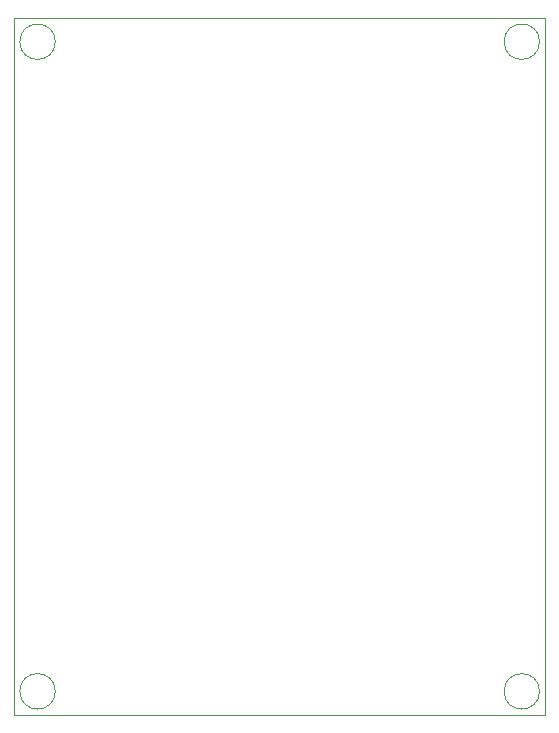
<source format=gbr>
%TF.GenerationSoftware,KiCad,Pcbnew,(6.0.2)*%
%TF.CreationDate,2022-03-20T03:02:45+03:00*%
%TF.ProjectId,NE555_PWM_Driver,4e453535-355f-4505-974d-5f4472697665,rev?*%
%TF.SameCoordinates,Original*%
%TF.FileFunction,Profile,NP*%
%FSLAX46Y46*%
G04 Gerber Fmt 4.6, Leading zero omitted, Abs format (unit mm)*
G04 Created by KiCad (PCBNEW (6.0.2)) date 2022-03-20 03:02:45*
%MOMM*%
%LPD*%
G01*
G04 APERTURE LIST*
%TA.AperFunction,Profile*%
%ADD10C,0.100000*%
%TD*%
G04 APERTURE END LIST*
D10*
X153000000Y-68000000D02*
X198000000Y-68000000D01*
X198000000Y-68000000D02*
X198000000Y-127000000D01*
X198000000Y-127000000D02*
X153000000Y-127000000D01*
X153000000Y-127000000D02*
X153000000Y-68000000D01*
X197500000Y-125000000D02*
G75*
G03*
X197500000Y-125000000I-1500000J0D01*
G01*
X197500000Y-70000000D02*
G75*
G03*
X197500000Y-70000000I-1500000J0D01*
G01*
X156500000Y-125000000D02*
G75*
G03*
X156500000Y-125000000I-1500000J0D01*
G01*
X156500000Y-70000000D02*
G75*
G03*
X156500000Y-70000000I-1500000J0D01*
G01*
M02*

</source>
